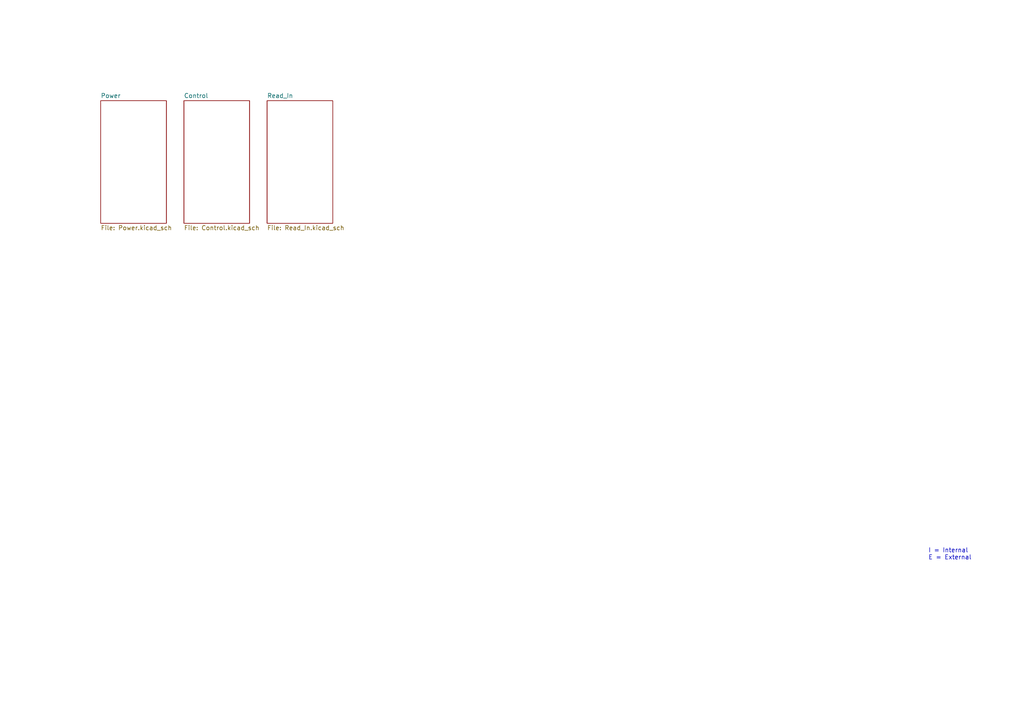
<source format=kicad_sch>
(kicad_sch (version 20211123) (generator eeschema)

  (uuid e564c890-e2f4-4712-b68a-038c48da0e1e)

  (paper "A4")

  (lib_symbols
  )


  (text "I = Internal\nE = External" (at 269.24 162.56 0)
    (effects (font (size 1.27 1.27)) (justify left bottom))
    (uuid 9b7321f1-c87d-40fc-9851-e8e3602cbd7d)
  )

  (sheet (at 53.34 29.21) (size 19.05 35.56) (fields_autoplaced)
    (stroke (width 0.1524) (type solid) (color 0 0 0 0))
    (fill (color 0 0 0 0.0000))
    (uuid 62b9bc07-39a5-436b-8923-c2fafec79518)
    (property "Sheet name" "Control" (id 0) (at 53.34 28.4984 0)
      (effects (font (size 1.27 1.27)) (justify left bottom))
    )
    (property "Sheet file" "Control.kicad_sch" (id 1) (at 53.34 65.3546 0)
      (effects (font (size 1.27 1.27)) (justify left top))
    )
  )

  (sheet (at 77.47 29.21) (size 19.05 35.56) (fields_autoplaced)
    (stroke (width 0.1524) (type solid) (color 0 0 0 0))
    (fill (color 0 0 0 0.0000))
    (uuid 7006823a-6d9d-407d-a21a-8b8ffbced13d)
    (property "Sheet name" "Read_In" (id 0) (at 77.47 28.4984 0)
      (effects (font (size 1.27 1.27)) (justify left bottom))
    )
    (property "Sheet file" "Read_In.kicad_sch" (id 1) (at 77.47 65.3546 0)
      (effects (font (size 1.27 1.27)) (justify left top))
    )
  )

  (sheet (at 29.21 29.21) (size 19.05 35.56) (fields_autoplaced)
    (stroke (width 0.1524) (type solid) (color 0 0 0 0))
    (fill (color 0 0 0 0.0000))
    (uuid a4c0d8a5-45f0-4a1d-9acf-eebf3ffaedaa)
    (property "Sheet name" "Power" (id 0) (at 29.21 28.4984 0)
      (effects (font (size 1.27 1.27)) (justify left bottom))
    )
    (property "Sheet file" "Power.kicad_sch" (id 1) (at 29.21 65.3546 0)
      (effects (font (size 1.27 1.27)) (justify left top))
    )
  )

  (sheet_instances
    (path "/" (page "1"))
    (path "/a4c0d8a5-45f0-4a1d-9acf-eebf3ffaedaa" (page "2"))
    (path "/62b9bc07-39a5-436b-8923-c2fafec79518" (page "3"))
    (path "/7006823a-6d9d-407d-a21a-8b8ffbced13d" (page "4"))
  )

  (symbol_instances
    (path "/a4c0d8a5-45f0-4a1d-9acf-eebf3ffaedaa/0c1e4892-d9f5-4733-90d3-4f638b09d976"
      (reference "#PWR0101") (unit 1) (value "GND") (footprint "")
    )
    (path "/a4c0d8a5-45f0-4a1d-9acf-eebf3ffaedaa/a9bfddc6-2fec-460e-9a21-9f606ef6b10c"
      (reference "#PWR0102") (unit 1) (value "+33V") (footprint "")
    )
    (path "/a4c0d8a5-45f0-4a1d-9acf-eebf3ffaedaa/8db75b4e-7398-48b1-9658-2aa1182e4924"
      (reference "#PWR0103") (unit 1) (value "+5V") (footprint "")
    )
    (path "/a4c0d8a5-45f0-4a1d-9acf-eebf3ffaedaa/346d89b0-b2f7-4446-bf20-f88ee175e644"
      (reference "#PWR0104") (unit 1) (value "+5V") (footprint "")
    )
    (path "/a4c0d8a5-45f0-4a1d-9acf-eebf3ffaedaa/8e13568a-b527-464f-ba84-e4e870944f71"
      (reference "#PWR0105") (unit 1) (value "GND") (footprint "")
    )
    (path "/a4c0d8a5-45f0-4a1d-9acf-eebf3ffaedaa/bd35c541-e5af-499f-81ef-40ae1582c51d"
      (reference "#PWR0106") (unit 1) (value "GND") (footprint "")
    )
    (path "/a4c0d8a5-45f0-4a1d-9acf-eebf3ffaedaa/af62e59f-a7dc-409b-89fa-abc0553dd8d2"
      (reference "#PWR0107") (unit 1) (value "GND") (footprint "")
    )
    (path "/a4c0d8a5-45f0-4a1d-9acf-eebf3ffaedaa/d7da40db-67c2-4f6b-a2a8-7d9fcda88596"
      (reference "#PWR0109") (unit 1) (value "GND") (footprint "")
    )
    (path "/a4c0d8a5-45f0-4a1d-9acf-eebf3ffaedaa/cce366a3-160b-4520-92d6-59a72a61bd9d"
      (reference "#PWR0110") (unit 1) (value "+5VA") (footprint "")
    )
    (path "/a4c0d8a5-45f0-4a1d-9acf-eebf3ffaedaa/a6c7e5e7-4d7c-4079-b800-afac039a2923"
      (reference "#PWR0111") (unit 1) (value "+2V048") (footprint "")
    )
    (path "/a4c0d8a5-45f0-4a1d-9acf-eebf3ffaedaa/0ae9f504-d03f-4619-80fe-6146d30c2aeb"
      (reference "#PWR0112") (unit 1) (value "GND") (footprint "")
    )
    (path "/a4c0d8a5-45f0-4a1d-9acf-eebf3ffaedaa/5b2b4ab9-b07d-40a5-ab8c-b960d11ed8a7"
      (reference "#PWR0113") (unit 1) (value "GND") (footprint "")
    )
    (path "/a4c0d8a5-45f0-4a1d-9acf-eebf3ffaedaa/0be009cb-0661-46f1-a1f5-55843c38ef44"
      (reference "#PWR0114") (unit 1) (value "-5V") (footprint "")
    )
    (path "/a4c0d8a5-45f0-4a1d-9acf-eebf3ffaedaa/9417498f-b69e-4a94-a779-2971a0087f52"
      (reference "#PWR0115") (unit 1) (value "+5V") (footprint "")
    )
    (path "/a4c0d8a5-45f0-4a1d-9acf-eebf3ffaedaa/10fc8427-dbb4-44c9-a4a9-0146ce4e792e"
      (reference "#PWR0116") (unit 1) (value "GND") (footprint "")
    )
    (path "/62b9bc07-39a5-436b-8923-c2fafec79518/a282b577-0799-4310-8e45-953d87d1acd1"
      (reference "#PWR0117") (unit 1) (value "GND") (footprint "")
    )
    (path "/62b9bc07-39a5-436b-8923-c2fafec79518/b22ea2ef-4317-4771-95c4-eef2dbdbbff4"
      (reference "#PWR0118") (unit 1) (value "GND") (footprint "")
    )
    (path "/62b9bc07-39a5-436b-8923-c2fafec79518/7679e92d-7d00-41cd-ac93-d64f126ec0d0"
      (reference "#PWR0119") (unit 1) (value "+5V") (footprint "")
    )
    (path "/62b9bc07-39a5-436b-8923-c2fafec79518/a563339f-f633-4842-98d1-b47586ae9b6e"
      (reference "#PWR0120") (unit 1) (value "+5V") (footprint "")
    )
    (path "/7006823a-6d9d-407d-a21a-8b8ffbced13d/c67e1791-a62d-4f47-935a-079ceac6c455"
      (reference "#PWR0121") (unit 1) (value "GND") (footprint "")
    )
    (path "/7006823a-6d9d-407d-a21a-8b8ffbced13d/5e0b00cf-a9d3-4b35-89f4-0ecd3fe42efd"
      (reference "#PWR0122") (unit 1) (value "GND") (footprint "")
    )
    (path "/7006823a-6d9d-407d-a21a-8b8ffbced13d/d6af6708-cdbb-4be5-8f93-caa828f61e14"
      (reference "#PWR0123") (unit 1) (value "GND") (footprint "")
    )
    (path "/7006823a-6d9d-407d-a21a-8b8ffbced13d/18a1245e-5f7b-438f-9da2-d7397522dd08"
      (reference "#PWR0124") (unit 1) (value "GND") (footprint "")
    )
    (path "/7006823a-6d9d-407d-a21a-8b8ffbced13d/4adb6ffd-b60a-4389-abdb-95a6d179216b"
      (reference "#PWR0125") (unit 1) (value "GND") (footprint "")
    )
    (path "/a4c0d8a5-45f0-4a1d-9acf-eebf3ffaedaa/b1c66ec5-5e6d-4e10-bafd-6e5b3b13e3fc"
      (reference "#PWR0126") (unit 1) (value "GND") (footprint "")
    )
    (path "/a4c0d8a5-45f0-4a1d-9acf-eebf3ffaedaa/e9bd73db-85e9-4f6b-8519-d5fa667ea67e"
      (reference "#PWR0127") (unit 1) (value "GND") (footprint "")
    )
    (path "/7006823a-6d9d-407d-a21a-8b8ffbced13d/e3b0e6ce-40f4-4841-850e-29d5c2a383fd"
      (reference "#PWR0128") (unit 1) (value "GND") (footprint "")
    )
    (path "/7006823a-6d9d-407d-a21a-8b8ffbced13d/6142f83d-2981-45a5-a93f-508eb3387c0a"
      (reference "#PWR0129") (unit 1) (value "+5V") (footprint "")
    )
    (path "/a4c0d8a5-45f0-4a1d-9acf-eebf3ffaedaa/943c943d-a786-4e62-8740-983165c5827e"
      (reference "#PWR0130") (unit 1) (value "GND") (footprint "")
    )
    (path "/a4c0d8a5-45f0-4a1d-9acf-eebf3ffaedaa/e378c124-2b3d-41af-b31a-1ee87c3f8eaf"
      (reference "#PWR0131") (unit 1) (value "GND") (footprint "")
    )
    (path "/7006823a-6d9d-407d-a21a-8b8ffbced13d/1d01630a-544a-4ac8-bc9d-19d75728f007"
      (reference "#PWR0132") (unit 1) (value "GND") (footprint "")
    )
    (path "/7006823a-6d9d-407d-a21a-8b8ffbced13d/3f228d93-a994-4409-b0bf-1ea473d29a1f"
      (reference "#PWR0134") (unit 1) (value "-5V") (footprint "")
    )
    (path "/7006823a-6d9d-407d-a21a-8b8ffbced13d/7900b573-10f7-445b-8de1-dfdf20ef0c95"
      (reference "#PWR0135") (unit 1) (value "GND") (footprint "")
    )
    (path "/7006823a-6d9d-407d-a21a-8b8ffbced13d/64ba5574-8ee9-4010-a444-535c1cfd18d6"
      (reference "#PWR0136") (unit 1) (value "GND") (footprint "")
    )
    (path "/7006823a-6d9d-407d-a21a-8b8ffbced13d/d2ad86d2-039e-4869-980c-b045d00d6107"
      (reference "#PWR0137") (unit 1) (value "GND") (footprint "")
    )
    (path "/7006823a-6d9d-407d-a21a-8b8ffbced13d/1c847a0e-9a70-4f24-a98a-5ce0e63155cb"
      (reference "#PWR0138") (unit 1) (value "GND") (footprint "")
    )
    (path "/7006823a-6d9d-407d-a21a-8b8ffbced13d/f64fae89-d4d5-4211-85fb-b5a792538a47"
      (reference "#PWR0139") (unit 1) (value "+5V") (footprint "")
    )
    (path "/a4c0d8a5-45f0-4a1d-9acf-eebf3ffaedaa/2bdafb99-b1b4-40a9-bba9-6c74be41f11f"
      (reference "#PWR0140") (unit 1) (value "GND") (footprint "")
    )
    (path "/a4c0d8a5-45f0-4a1d-9acf-eebf3ffaedaa/7576bfc2-9e3d-4b35-bb2a-787476348af2"
      (reference "#PWR0141") (unit 1) (value "GND") (footprint "")
    )
    (path "/a4c0d8a5-45f0-4a1d-9acf-eebf3ffaedaa/7354d1b2-0937-4ec7-964f-0b6084c468e5"
      (reference "#PWR0142") (unit 1) (value "GND") (footprint "")
    )
    (path "/a4c0d8a5-45f0-4a1d-9acf-eebf3ffaedaa/95fcb139-c9a4-42f6-b770-499a1ebb1d1b"
      (reference "#PWR0143") (unit 1) (value "GND") (footprint "")
    )
    (path "/a4c0d8a5-45f0-4a1d-9acf-eebf3ffaedaa/aafe4370-55fd-420b-a6db-ebe1a4a9d50a"
      (reference "#PWR0144") (unit 1) (value "GND") (footprint "")
    )
    (path "/62b9bc07-39a5-436b-8923-c2fafec79518/66d5825e-8009-4abe-ae00-c2aae462d475"
      (reference "#PWR0145") (unit 1) (value "GND") (footprint "")
    )
    (path "/a4c0d8a5-45f0-4a1d-9acf-eebf3ffaedaa/f13938eb-5215-4a59-a38f-ec629fc36949"
      (reference "#PWR0146") (unit 1) (value "GND") (footprint "")
    )
    (path "/a4c0d8a5-45f0-4a1d-9acf-eebf3ffaedaa/1767876d-df1e-444e-a7ef-e7ec2dfa86eb"
      (reference "#PWR0147") (unit 1) (value "GND") (footprint "")
    )
    (path "/a4c0d8a5-45f0-4a1d-9acf-eebf3ffaedaa/19865ab0-b04e-4e6d-ac78-2066a3c585c7"
      (reference "#PWR0148") (unit 1) (value "GND") (footprint "")
    )
    (path "/a4c0d8a5-45f0-4a1d-9acf-eebf3ffaedaa/21b3162b-d63f-412e-9c26-680aafd4d789"
      (reference "#PWR0150") (unit 1) (value "GND") (footprint "")
    )
    (path "/a4c0d8a5-45f0-4a1d-9acf-eebf3ffaedaa/3d99c414-2c09-4943-b7a1-ec514a5687d0"
      (reference "#PWR0154") (unit 1) (value "GND") (footprint "")
    )
    (path "/7006823a-6d9d-407d-a21a-8b8ffbced13d/c4b547ee-8c44-49b3-aea5-d5920fa16cfa"
      (reference "#PWR0158") (unit 1) (value "-5V") (footprint "")
    )
    (path "/a4c0d8a5-45f0-4a1d-9acf-eebf3ffaedaa/d56e0c9d-d37c-45fc-9b01-0cd334830b20"
      (reference "#PWR0201") (unit 1) (value "+5V") (footprint "")
    )
    (path "/a4c0d8a5-45f0-4a1d-9acf-eebf3ffaedaa/403e3ca6-58ec-4441-9f09-2d1891100bff"
      (reference "#PWR0203") (unit 1) (value "GND") (footprint "")
    )
    (path "/a4c0d8a5-45f0-4a1d-9acf-eebf3ffaedaa/9c9dd99b-7f48-476c-8cf1-05b6e6d1d9a6"
      (reference "#PWR0205") (unit 1) (value "+5V") (footprint "")
    )
    (path "/a4c0d8a5-45f0-4a1d-9acf-eebf3ffaedaa/7e444053-1537-4109-bb75-7663eb664941"
      (reference "#PWR0206") (unit 1) (value "GND") (footprint "")
    )
    (path "/a4c0d8a5-45f0-4a1d-9acf-eebf3ffaedaa/1d927e56-d0ba-4e7e-9148-0321c3c41d2a"
      (reference "#PWR0209") (unit 1) (value "GND") (footprint "")
    )
    (path "/a4c0d8a5-45f0-4a1d-9acf-eebf3ffaedaa/1ffa5533-5583-4b73-950c-8ee0ae5d8e27"
      (reference "#PWR0212") (unit 1) (value "GND") (footprint "")
    )
    (path "/a4c0d8a5-45f0-4a1d-9acf-eebf3ffaedaa/ee1c4f30-0be7-42d2-9a8f-b8bb51e70f06"
      (reference "#PWR0214") (unit 1) (value "GND") (footprint "")
    )
    (path "/a4c0d8a5-45f0-4a1d-9acf-eebf3ffaedaa/8981b1a6-fd9e-4ba8-a81c-d3d6c5e4eec0"
      (reference "#PWR0215") (unit 1) (value "GND") (footprint "")
    )
    (path "/a4c0d8a5-45f0-4a1d-9acf-eebf3ffaedaa/dd1a2813-6531-4fb0-8c7f-b52785806ee6"
      (reference "#PWR0216") (unit 1) (value "GND") (footprint "")
    )
    (path "/a4c0d8a5-45f0-4a1d-9acf-eebf3ffaedaa/ca7217bf-0f0b-4080-9f8f-45bce16b5b38"
      (reference "#PWR0217") (unit 1) (value "GND") (footprint "")
    )
    (path "/a4c0d8a5-45f0-4a1d-9acf-eebf3ffaedaa/be97f852-8f31-4247-b801-2e8048765c6f"
      (reference "#PWR0218") (unit 1) (value "GND") (footprint "")
    )
    (path "/a4c0d8a5-45f0-4a1d-9acf-eebf3ffaedaa/1e3651ba-64e4-42a5-9919-75f0cb3e04d2"
      (reference "#PWR0219") (unit 1) (value "GND") (footprint "")
    )
    (path "/62b9bc07-39a5-436b-8923-c2fafec79518/22946ca9-1c66-4570-9816-b676eb79551c"
      (reference "#PWR0301") (unit 1) (value "+5V") (footprint "")
    )
    (path "/62b9bc07-39a5-436b-8923-c2fafec79518/1161b272-3ca0-47cf-b84c-f0ab9a0cbca6"
      (reference "#PWR0302") (unit 1) (value "GND") (footprint "")
    )
    (path "/62b9bc07-39a5-436b-8923-c2fafec79518/89c0097c-c38e-4d11-855d-9fde0dbe5a60"
      (reference "#PWR0303") (unit 1) (value "+5V") (footprint "")
    )
    (path "/62b9bc07-39a5-436b-8923-c2fafec79518/783425db-1ff2-4b5b-a2b6-a25ae167431a"
      (reference "#PWR0304") (unit 1) (value "+5V") (footprint "")
    )
    (path "/62b9bc07-39a5-436b-8923-c2fafec79518/2718a77f-a6b8-4c7e-92dc-ab2176f75faf"
      (reference "#PWR0305") (unit 1) (value "+5V") (footprint "")
    )
    (path "/62b9bc07-39a5-436b-8923-c2fafec79518/face391d-50b3-4c65-86d0-45b5769f6622"
      (reference "#PWR0306") (unit 1) (value "GND") (footprint "")
    )
    (path "/62b9bc07-39a5-436b-8923-c2fafec79518/65883e43-aaa6-4a59-b7b4-5224ee4842ac"
      (reference "#PWR0307") (unit 1) (value "GND") (footprint "")
    )
    (path "/62b9bc07-39a5-436b-8923-c2fafec79518/ab7ed3d0-9152-499e-80fc-1e06a749c17b"
      (reference "#PWR0308") (unit 1) (value "GND") (footprint "")
    )
    (path "/62b9bc07-39a5-436b-8923-c2fafec79518/7cd3d574-d1d7-47f2-99e5-2a347fa5c99d"
      (reference "#PWR0309") (unit 1) (value "+5V") (footprint "")
    )
    (path "/62b9bc07-39a5-436b-8923-c2fafec79518/57e1c88b-1f86-4a7b-9feb-bcfa63b17eaa"
      (reference "#PWR0310") (unit 1) (value "+5V") (footprint "")
    )
    (path "/62b9bc07-39a5-436b-8923-c2fafec79518/05052bf2-7bc2-4895-844e-414d0f7e7ff6"
      (reference "#PWR0311") (unit 1) (value "GND") (footprint "")
    )
    (path "/62b9bc07-39a5-436b-8923-c2fafec79518/3cb22850-7368-4c55-8d1c-c9e5fd61668c"
      (reference "#PWR0312") (unit 1) (value "GND") (footprint "")
    )
    (path "/7006823a-6d9d-407d-a21a-8b8ffbced13d/10d67017-e316-4fc4-b5c3-7fe101bf85fc"
      (reference "#PWR0401") (unit 1) (value "GND") (footprint "")
    )
    (path "/7006823a-6d9d-407d-a21a-8b8ffbced13d/48625bc6-5eed-4a48-b8ba-a843df1a56bd"
      (reference "#PWR0402") (unit 1) (value "GND") (footprint "")
    )
    (path "/7006823a-6d9d-407d-a21a-8b8ffbced13d/6c3b77ea-a3b7-4d5c-8238-d9d6fbf8df4e"
      (reference "#PWR0403") (unit 1) (value "GND") (footprint "")
    )
    (path "/7006823a-6d9d-407d-a21a-8b8ffbced13d/2af5d51e-ebed-493b-bca4-8fa4a15dd9a6"
      (reference "#PWR0404") (unit 1) (value "GND") (footprint "")
    )
    (path "/7006823a-6d9d-407d-a21a-8b8ffbced13d/9dc9ec7f-1ff4-47f4-8ad5-a9010e8688c3"
      (reference "#PWR0405") (unit 1) (value "+2V048") (footprint "")
    )
    (path "/7006823a-6d9d-407d-a21a-8b8ffbced13d/645c45db-1f7a-4629-bda3-b1ec0b89f617"
      (reference "#PWR0406") (unit 1) (value "GND") (footprint "")
    )
    (path "/7006823a-6d9d-407d-a21a-8b8ffbced13d/181ad013-e924-454e-a7a1-47ec936cb32b"
      (reference "#PWR0407") (unit 1) (value "GND") (footprint "")
    )
    (path "/7006823a-6d9d-407d-a21a-8b8ffbced13d/1ca42ff9-eeb9-4fd7-8754-202e839352d3"
      (reference "#PWR0408") (unit 1) (value "GND") (footprint "")
    )
    (path "/7006823a-6d9d-407d-a21a-8b8ffbced13d/5ee3e4e6-bf23-4efb-8adc-b5b302366ed2"
      (reference "#PWR0410") (unit 1) (value "+2V048") (footprint "")
    )
    (path "/7006823a-6d9d-407d-a21a-8b8ffbced13d/95bf4ace-ce37-41b4-9066-fd89058cef3f"
      (reference "#PWR0411") (unit 1) (value "GND") (footprint "")
    )
    (path "/7006823a-6d9d-407d-a21a-8b8ffbced13d/1b5830d2-470a-4a41-8779-1be5833f1046"
      (reference "#PWR0413") (unit 1) (value "-5V") (footprint "")
    )
    (path "/7006823a-6d9d-407d-a21a-8b8ffbced13d/cf2ee46f-db1a-4cad-8658-9512fd1b1864"
      (reference "#PWR0414") (unit 1) (value "GND") (footprint "")
    )
    (path "/7006823a-6d9d-407d-a21a-8b8ffbced13d/49727ef5-edf8-4042-bb04-2e20422c2c78"
      (reference "#PWR0415") (unit 1) (value "GND") (footprint "")
    )
    (path "/7006823a-6d9d-407d-a21a-8b8ffbced13d/3a75cca8-22d7-437b-944c-0c30c3196c93"
      (reference "#PWR0416") (unit 1) (value "GND") (footprint "")
    )
    (path "/a4c0d8a5-45f0-4a1d-9acf-eebf3ffaedaa/37910ea7-8d72-47d7-a9ce-296ab23caaa0"
      (reference "#PWR?") (unit 1) (value "+33V") (footprint "")
    )
    (path "/a4c0d8a5-45f0-4a1d-9acf-eebf3ffaedaa/4f61857f-e45a-4726-b05e-717e3b53e1c1"
      (reference "#PWR?") (unit 1) (value "+33V") (footprint "")
    )
    (path "/7006823a-6d9d-407d-a21a-8b8ffbced13d/4fb5e1a0-4dea-4b6a-a4e1-abd1300840cf"
      (reference "#PWR?") (unit 1) (value "+33V") (footprint "")
    )
    (path "/7006823a-6d9d-407d-a21a-8b8ffbced13d/ded44c50-8693-4de7-939d-15953d0d2a1f"
      (reference "#PWR?") (unit 1) (value "+33V") (footprint "")
    )
    (path "/62b9bc07-39a5-436b-8923-c2fafec79518/da8cb8ff-d052-4973-b38a-cad8fd757e2c"
      (reference "A301") (unit 1) (value "Arduino_Nano_Every") (footprint "Module:Arduino_Nano")
    )
    (path "/a4c0d8a5-45f0-4a1d-9acf-eebf3ffaedaa/6e8a8c3c-978c-43f7-b7b0-865237f21fbf"
      (reference "C201") (unit 1) (value "47u") (footprint "Capacitor_SMD:CP_Elec_8x6.9")
    )
    (path "/a4c0d8a5-45f0-4a1d-9acf-eebf3ffaedaa/5a7ab0a4-4ec0-4f2a-b0ce-e5f0823dee66"
      (reference "C202") (unit 1) (value "100n") (footprint "Capacitor_SMD:C_0603_1608Metric")
    )
    (path "/a4c0d8a5-45f0-4a1d-9acf-eebf3ffaedaa/4007a8c6-e8e1-4e7c-a437-71c1f04b4530"
      (reference "C203") (unit 1) (value "100n") (footprint "Capacitor_SMD:C_0603_1608Metric")
    )
    (path "/a4c0d8a5-45f0-4a1d-9acf-eebf3ffaedaa/54de3897-c305-4fe5-a9dc-6c19e2de28fe"
      (reference "C204") (unit 1) (value "4u7") (footprint "Capacitor_SMD:C_0805_2012Metric")
    )
    (path "/a4c0d8a5-45f0-4a1d-9acf-eebf3ffaedaa/be83f109-54d2-465d-9d22-15ab4427f91f"
      (reference "C205") (unit 1) (value "4u7") (footprint "Capacitor_SMD:C_0805_2012Metric")
    )
    (path "/a4c0d8a5-45f0-4a1d-9acf-eebf3ffaedaa/5f1bdc1a-7d9a-430e-a173-3ca8e3f74056"
      (reference "C206") (unit 1) (value "4u7") (footprint "Capacitor_SMD:C_0805_2012Metric")
    )
    (path "/a4c0d8a5-45f0-4a1d-9acf-eebf3ffaedaa/f6913d46-e118-4472-be15-2773d577759b"
      (reference "C207") (unit 1) (value "100n") (footprint "Capacitor_SMD:C_0603_1608Metric")
    )
    (path "/a4c0d8a5-45f0-4a1d-9acf-eebf3ffaedaa/13fedb50-d013-4f81-b80c-5e2b6a4ba7d7"
      (reference "C208") (unit 1) (value "4u7") (footprint "Capacitor_SMD:C_0805_2012Metric")
    )
    (path "/a4c0d8a5-45f0-4a1d-9acf-eebf3ffaedaa/1fa29b0b-d351-429a-a6b6-a3bc6e718683"
      (reference "C209") (unit 1) (value "4u7") (footprint "Capacitor_SMD:C_0805_2012Metric")
    )
    (path "/a4c0d8a5-45f0-4a1d-9acf-eebf3ffaedaa/bd26a806-3aa1-4b34-8ede-19d0ee6e257d"
      (reference "C210") (unit 1) (value "4u7") (footprint "Capacitor_SMD:C_0805_2012Metric")
    )
    (path "/a4c0d8a5-45f0-4a1d-9acf-eebf3ffaedaa/b504cd98-9973-452c-afe2-aea7225a9473"
      (reference "C211") (unit 1) (value "4u7") (footprint "Capacitor_SMD:C_0805_2012Metric")
    )
    (path "/a4c0d8a5-45f0-4a1d-9acf-eebf3ffaedaa/5bc868fc-e225-455e-b415-903a4db8797a"
      (reference "C212") (unit 1) (value "100n") (footprint "Capacitor_SMD:C_0603_1608Metric")
    )
    (path "/a4c0d8a5-45f0-4a1d-9acf-eebf3ffaedaa/44b27e69-29a0-46b0-b141-bf7d32f2da71"
      (reference "C213") (unit 1) (value "4u7") (footprint "Capacitor_SMD:C_0805_2012Metric")
    )
    (path "/a4c0d8a5-45f0-4a1d-9acf-eebf3ffaedaa/4fdaab50-6d21-48e4-aff9-b63c92664dba"
      (reference "C215") (unit 1) (value "100n") (footprint "Capacitor_SMD:C_0603_1608Metric")
    )
    (path "/a4c0d8a5-45f0-4a1d-9acf-eebf3ffaedaa/9c265da0-03c7-46e5-af97-c289e2fddc3d"
      (reference "C216") (unit 1) (value "100n") (footprint "Capacitor_SMD:C_0603_1608Metric")
    )
    (path "/a4c0d8a5-45f0-4a1d-9acf-eebf3ffaedaa/ce44c1f0-4e1a-4f97-920a-84f9b5a73165"
      (reference "C218") (unit 1) (value "100n") (footprint "Capacitor_SMD:C_0603_1608Metric")
    )
    (path "/a4c0d8a5-45f0-4a1d-9acf-eebf3ffaedaa/75d759e9-ae95-41ed-9ea8-85d8c8672596"
      (reference "C219") (unit 1) (value "100n") (footprint "Capacitor_SMD:C_0603_1608Metric")
    )
    (path "/a4c0d8a5-45f0-4a1d-9acf-eebf3ffaedaa/7cfa628e-5f49-4da9-a869-b5ac9fca8d39"
      (reference "C220") (unit 1) (value "100n") (footprint "Capacitor_SMD:C_0603_1608Metric")
    )
    (path "/a4c0d8a5-45f0-4a1d-9acf-eebf3ffaedaa/300252b0-e0f1-4432-9d3e-7849c7ef7b92"
      (reference "C221") (unit 1) (value "100n") (footprint "Capacitor_SMD:C_0603_1608Metric")
    )
    (path "/a4c0d8a5-45f0-4a1d-9acf-eebf3ffaedaa/418813b9-dd64-425a-9e56-b32871c7d467"
      (reference "C222") (unit 1) (value "100n") (footprint "Capacitor_SMD:C_0603_1608Metric")
    )
    (path "/a4c0d8a5-45f0-4a1d-9acf-eebf3ffaedaa/2daee44c-706d-446e-9060-910482f1d114"
      (reference "C226") (unit 1) (value "100n") (footprint "Capacitor_SMD:C_0603_1608Metric")
    )
    (path "/62b9bc07-39a5-436b-8923-c2fafec79518/8ab67357-905f-4656-8c8a-fbde50057f87"
      (reference "C301") (unit 1) (value "100n") (footprint "Capacitor_SMD:C_0603_1608Metric")
    )
    (path "/62b9bc07-39a5-436b-8923-c2fafec79518/4f397884-dc1a-4b68-acef-6c0ff940a3fe"
      (reference "C302") (unit 1) (value "100n") (footprint "Capacitor_SMD:C_0603_1608Metric")
    )
    (path "/62b9bc07-39a5-436b-8923-c2fafec79518/4af8fe1d-4b39-498e-a8b9-f63978139a9e"
      (reference "C303") (unit 1) (value "100n") (footprint "Capacitor_SMD:C_0603_1608Metric")
    )
    (path "/62b9bc07-39a5-436b-8923-c2fafec79518/45c394bb-774d-4f25-8bc9-271ed6a9c354"
      (reference "C304") (unit 1) (value "100n") (footprint "Capacitor_SMD:C_0603_1608Metric")
    )
    (path "/62b9bc07-39a5-436b-8923-c2fafec79518/ddd17fc7-7a14-4ac7-abbe-5881eaa1bd9e"
      (reference "C305") (unit 1) (value "100n") (footprint "Capacitor_SMD:C_0603_1608Metric")
    )
    (path "/62b9bc07-39a5-436b-8923-c2fafec79518/c505aa6f-9466-480d-8083-7ffb4ec3681d"
      (reference "C306") (unit 1) (value "100n") (footprint "Capacitor_SMD:C_0603_1608Metric")
    )
    (path "/62b9bc07-39a5-436b-8923-c2fafec79518/ec2d6b3b-9e8f-4f72-90db-3fc8eeddbf5b"
      (reference "C307") (unit 1) (value "100n") (footprint "Capacitor_SMD:C_0603_1608Metric")
    )
    (path "/62b9bc07-39a5-436b-8923-c2fafec79518/d3ea5674-152d-4318-855e-1c67d3d31b2e"
      (reference "C308") (unit 1) (value "100n") (footprint "Capacitor_SMD:C_0603_1608Metric")
    )
    (path "/7006823a-6d9d-407d-a21a-8b8ffbced13d/2bf3765b-c096-47eb-9628-adc925751981"
      (reference "C401") (unit 1) (value "100n") (footprint "Capacitor_SMD:C_0603_1608Metric")
    )
    (path "/7006823a-6d9d-407d-a21a-8b8ffbced13d/c093f1d4-6c45-474a-b982-d9c0159b9459"
      (reference "C402") (unit 1) (value "100n") (footprint "Capacitor_SMD:C_0603_1608Metric")
    )
    (path "/7006823a-6d9d-407d-a21a-8b8ffbced13d/0a2dd73a-7c11-4f85-a931-3fd599e634f9"
      (reference "C403") (unit 1) (value "100n") (footprint "Capacitor_SMD:C_0603_1608Metric")
    )
    (path "/7006823a-6d9d-407d-a21a-8b8ffbced13d/5792dc49-da8b-426f-9275-d7d0623bbce0"
      (reference "C404") (unit 1) (value "100n") (footprint "Capacitor_SMD:C_0603_1608Metric")
    )
    (path "/7006823a-6d9d-407d-a21a-8b8ffbced13d/7c815b6f-3226-4122-8958-32c38c4ac8fe"
      (reference "C405") (unit 1) (value "100n") (footprint "Capacitor_SMD:C_0603_1608Metric")
    )
    (path "/7006823a-6d9d-407d-a21a-8b8ffbced13d/387c09ce-8cc8-4f28-832f-f2ee5be319fb"
      (reference "C406") (unit 1) (value "100n") (footprint "Capacitor_SMD:C_0603_1608Metric")
    )
    (path "/7006823a-6d9d-407d-a21a-8b8ffbced13d/bc5a2cd0-e334-44ed-adaf-13b1dde5d97d"
      (reference "C407") (unit 1) (value "100n") (footprint "Capacitor_SMD:C_0603_1608Metric")
    )
    (path "/7006823a-6d9d-407d-a21a-8b8ffbced13d/2694caa4-ba38-4f1b-9eaa-145be723594e"
      (reference "C408") (unit 1) (value "100n") (footprint "Capacitor_SMD:C_0603_1608Metric")
    )
    (path "/7006823a-6d9d-407d-a21a-8b8ffbced13d/e37d67c1-4ee0-4600-a30b-ac8ac03f07d6"
      (reference "C409") (unit 1) (value "1u") (footprint "Capacitor_SMD:C_0603_1608Metric")
    )
    (path "/a4c0d8a5-45f0-4a1d-9acf-eebf3ffaedaa/00a61637-2fe4-4fbd-ad7e-88ac391d62a8"
      (reference "D201") (unit 1) (value "BAS70") (footprint "Diode_SMD:D_SOD-323")
    )
    (path "/a4c0d8a5-45f0-4a1d-9acf-eebf3ffaedaa/00ecf111-a981-4656-ad54-c01cf5b8bce4"
      (reference "D202") (unit 1) (value "5V6") (footprint "Diode_SMD:D_SOD-123")
    )
    (path "/a4c0d8a5-45f0-4a1d-9acf-eebf3ffaedaa/4bb62554-b227-42ac-8ee0-779316d68e57"
      (reference "D203") (unit 1) (value "5V1") (footprint "Diode_SMD:D_SOD-123")
    )
    (path "/7006823a-6d9d-407d-a21a-8b8ffbced13d/3061df6c-9aad-445d-a78d-71af2e6243ed"
      (reference "D401") (unit 1) (value "15V") (footprint "Diode_SMD:D_SOD-123")
    )
    (path "/7006823a-6d9d-407d-a21a-8b8ffbced13d/34a9f37b-616f-45a7-b143-63bba944a664"
      (reference "D402") (unit 1) (value "30V") (footprint "Diode_SMD:D_SMB")
    )
    (path "/7006823a-6d9d-407d-a21a-8b8ffbced13d/c94b5abc-47fd-4a55-8ae1-a325c4af351d"
      (reference "D403") (unit 1) (value "4V3") (footprint "Diode_SMD:D_SOD-123")
    )
    (path "/7006823a-6d9d-407d-a21a-8b8ffbced13d/a0388214-b987-42b7-a004-8ef5296f44af"
      (reference "D404") (unit 1) (value "1N4007") (footprint "Diode_THT:D_DO-41_SOD81_P10.16mm_Horizontal")
    )
    (path "/7006823a-6d9d-407d-a21a-8b8ffbced13d/470f5b98-d2ae-4adf-a382-18f2439c77b8"
      (reference "D405") (unit 1) (value "4V3") (footprint "Diode_SMD:D_SOD-123")
    )
    (path "/62b9bc07-39a5-436b-8923-c2fafec79518/659b49c0-3c03-4b02-9bf8-b3aa3d40ffb7"
      (reference "FB301") (unit 1) (value "470") (footprint "Resistor_SMD:R_0603_1608Metric")
    )
    (path "/7006823a-6d9d-407d-a21a-8b8ffbced13d/24f9e344-ab09-41d6-a839-0a651da632ed"
      (reference "FB401") (unit 1) (value "470") (footprint "Resistor_SMD:R_0603_1608Metric")
    )
    (path "/7006823a-6d9d-407d-a21a-8b8ffbced13d/38604b3c-4343-4e27-bdda-6e6d1040d45e"
      (reference "FB402") (unit 1) (value "470") (footprint "Resistor_SMD:R_0603_1608Metric")
    )
    (path "/a4c0d8a5-45f0-4a1d-9acf-eebf3ffaedaa/46dd2b88-7fcb-4323-a0f9-d709c68b8fc9"
      (reference "H201") (unit 1) (value "MountingHole_Pad") (footprint "MountingHole:MountingHole_3.2mm_M3_Pad_TopBottom")
    )
    (path "/a4c0d8a5-45f0-4a1d-9acf-eebf3ffaedaa/93d6cd07-b837-413f-b1ab-9e70ff1fc370"
      (reference "H202") (unit 1) (value "MountingHole_Pad") (footprint "MountingHole:MountingHole_3.2mm_M3_Pad_TopBottom")
    )
    (path "/a4c0d8a5-45f0-4a1d-9acf-eebf3ffaedaa/3e0dd96b-0f94-4b0a-b95c-fda34ae853bd"
      (reference "H203") (unit 1) (value "MountingHole_Pad") (footprint "MountingHole:MountingHole_3.2mm_M3_Pad_TopBottom")
    )
    (path "/a4c0d8a5-45f0-4a1d-9acf-eebf3ffaedaa/92d0e258-19e3-43d0-ade5-9daee1035fac"
      (reference "H204") (unit 1) (value "MountingHole_Pad") (footprint "MountingHole:MountingHole_3.2mm_M3_Pad_TopBottom")
    )
    (path "/7006823a-6d9d-407d-a21a-8b8ffbced13d/52400423-fd91-4563-a003-542b16895004"
      (reference "HS401") (unit 1) (value "Heatsink") (footprint "")
    )
    (path "/7006823a-6d9d-407d-a21a-8b8ffbced13d/9c4f3174-d235-45c9-8d6c-6c96bf5c8a35"
      (reference "IC401") (unit 1) (value "MCP47CVB21-E_MF") (footprint "Package_DFN_QFN:DFN-10-1EP_3x3mm_P0.5mm_EP1.65x2.38mm_ThermalVias")
    )
    (path "/62b9bc07-39a5-436b-8923-c2fafec79518/3f571695-e66c-4f2e-84a4-0ca081296a8e"
      (reference "J301") (unit 1) (value "Conn_01x04_Female") (footprint "TerminalBlock:TerminalBlock_bornier-4_P5.08mm")
    )
    (path "/7006823a-6d9d-407d-a21a-8b8ffbced13d/43d7d2b8-3d75-4cd8-a653-4f20102bb4df"
      (reference "J401") (unit 1) (value "Conn_01x02_Female") (footprint "TerminalBlock:TerminalBlock_bornier-2_P5.08mm")
    )
    (path "/a4c0d8a5-45f0-4a1d-9acf-eebf3ffaedaa/ab3a9fe2-d337-4520-b2eb-536d0a8c27cb"
      (reference "K201") (unit 1) (value "PDME1-S5-D5-S") (footprint "PDME1S5D5S")
    )
    (path "/a4c0d8a5-45f0-4a1d-9acf-eebf3ffaedaa/e326cce8-b4c6-4590-b27d-3198dd233adc"
      (reference "L201") (unit 1) (value "6u8") (footprint "Inductor_SMD:L_Bourns-SRN4018")
    )
    (path "/a4c0d8a5-45f0-4a1d-9acf-eebf3ffaedaa/818986b2-6096-49f8-a99a-dd51cf292632"
      (reference "L202") (unit 1) (value "10u") (footprint "Inductor_SMD:L_Bourns_SRN6045TA")
    )
    (path "/a4c0d8a5-45f0-4a1d-9acf-eebf3ffaedaa/7843e35c-cdd0-4005-8adb-85d1698a9d12"
      (reference "L203") (unit 1) (value "22u") (footprint "Inductor_SMD:L_0603_1608Metric")
    )
    (path "/a4c0d8a5-45f0-4a1d-9acf-eebf3ffaedaa/a0e9cf01-0c49-47a9-891c-152a6409a2b9"
      (reference "L204") (unit 1) (value "22u") (footprint "Inductor_SMD:L_0603_1608Metric")
    )
    (path "/a4c0d8a5-45f0-4a1d-9acf-eebf3ffaedaa/31f7c0b3-7e62-47bb-aa05-e227cb0f621c"
      (reference "L205") (unit 1) (value "22u") (footprint "Inductor_SMD:L_0603_1608Metric")
    )
    (path "/a4c0d8a5-45f0-4a1d-9acf-eebf3ffaedaa/7aa5e1f6-7a68-4a17-92e7-860e635d70c8"
      (reference "P201") (unit 1) (value "USB_C_Plug_USB2.0") (footprint "Connector_USB:USB_C_Receptacle_HRO_TYPE-C-31-M-12")
    )
    (path "/62b9bc07-39a5-436b-8923-c2fafec79518/525a2b3d-a615-437a-9985-10a280a38672"
      (reference "Q301") (unit 1) (value "Q_PMOS_GSD") (footprint "Package_TO_SOT_SMD:SOT-23")
    )
    (path "/7006823a-6d9d-407d-a21a-8b8ffbced13d/e13ada50-eb78-4004-be8d-f6d292f6b692"
      (reference "Q401") (unit 1) (value "IRF5305") (footprint "Package_TO_SOT_THT:TO-220-3_Vertical")
    )
    (path "/a4c0d8a5-45f0-4a1d-9acf-eebf3ffaedaa/7bf3a6dd-437a-4581-bd48-a52aa4bd63a4"
      (reference "R201") (unit 1) (value "10k") (footprint "Resistor_SMD:R_0603_1608Metric")
    )
    (path "/a4c0d8a5-45f0-4a1d-9acf-eebf3ffaedaa/7508d48b-2310-4e41-a715-5d7d3018c314"
      (reference "R202") (unit 1) (value "15k") (footprint "Resistor_SMD:R_0603_1608Metric")
    )
    (path "/a4c0d8a5-45f0-4a1d-9acf-eebf3ffaedaa/7e2dc3b0-61db-44f1-9b6a-8b89f0759dfd"
      (reference "R203") (unit 1) (value "110k") (footprint "Resistor_SMD:R_0603_1608Metric")
    )
    (path "/a4c0d8a5-45f0-4a1d-9acf-eebf3ffaedaa/f4a536e4-d43b-438f-91dd-ef93db5906ef"
      (reference "R204") (unit 1) (value "10k") (footprint "Resistor_SMD:R_0603_1608Metric")
    )
    (path "/a4c0d8a5-45f0-4a1d-9acf-eebf3ffaedaa/61ff6777-748d-422d-b05b-fdc0e9d83df5"
      (reference "R205") (unit 1) (value "4k3") (footprint "Resistor_SMD:R_0603_1608Metric")
    )
    (path "/a4c0d8a5-45f0-4a1d-9acf-eebf3ffaedaa/043db6bf-cd21-49e5-82bf-29fc1bb4688e"
      (reference "R206") (unit 1) (value "22k") (footprint "Resistor_SMD:R_0603_1608Metric")
    )
    (path "/a4c0d8a5-45f0-4a1d-9acf-eebf3ffaedaa/f95d3cb7-4471-4b03-9d1b-1e8f51466a2c"
      (reference "R207") (unit 1) (value "22k") (footprint "Resistor_SMD:R_0603_1608Metric")
    )
    (path "/a4c0d8a5-45f0-4a1d-9acf-eebf3ffaedaa/0d1ca38e-aace-4f1f-a607-419d82ae9d91"
      (reference "R208") (unit 1) (value "510") (footprint "Resistor_SMD:R_0805_2012Metric")
    )
    (path "/62b9bc07-39a5-436b-8923-c2fafec79518/c4a8de60-e765-4218-a121-f0e331bb9c1b"
      (reference "R301") (unit 1) (value "10k") (footprint "Resistor_SMD:R_0603_1608Metric")
    )
    (path "/62b9bc07-39a5-436b-8923-c2fafec79518/a308964d-1c3b-49ad-8d9e-6017ee6e9e1b"
      (reference "R302") (unit 1) (value "110k") (footprint "Resistor_SMD:R_0603_1608Metric")
    )
    (path "/62b9bc07-39a5-436b-8923-c2fafec79518/4fae0818-c1b5-47a7-baa2-f524f8c46575"
      (reference "R303") (unit 1) (value "10k") (footprint "Resistor_SMD:R_0603_1608Metric")
    )
    (path "/62b9bc07-39a5-436b-8923-c2fafec79518/ce649ee9-b3c6-4ffc-94d2-9a62d8c76a80"
      (reference "R304") (unit 1) (value "10k") (footprint "Resistor_SMD:R_0603_1608Metric")
    )
    (path "/62b9bc07-39a5-436b-8923-c2fafec79518/5ea9a9ce-47f8-4d9a-b892-1658ee33bf4f"
      (reference "R305") (unit 1) (value "10k") (footprint "Resistor_SMD:R_0603_1608Metric")
    )
    (path "/62b9bc07-39a5-436b-8923-c2fafec79518/72381b82-31ac-477f-9a86-3cee0cde5e47"
      (reference "R306") (unit 1) (value "110k") (footprint "Resistor_SMD:R_0603_1608Metric")
    )
    (path "/62b9bc07-39a5-436b-8923-c2fafec79518/f4a36c52-1421-49cf-9f93-f4a94ecf0583"
      (reference "R307") (unit 1) (value "110k") (footprint "Resistor_SMD:R_0603_1608Metric")
    )
    (path "/62b9bc07-39a5-436b-8923-c2fafec79518/c82dd074-83f2-48e5-880c-c7f32c4d6a50"
      (reference "R308") (unit 1) (value "110k") (footprint "Resistor_SMD:R_0603_1608Metric")
    )
    (path "/62b9bc07-39a5-436b-8923-c2fafec79518/600e648f-526c-4126-bcf0-b40a54804491"
      (reference "R309") (unit 1) (value "2k") (footprint "Resistor_SMD:R_0805_2012Metric")
    )
    (path "/62b9bc07-39a5-436b-8923-c2fafec79518/2836291d-a49c-497c-acb4-4c6d0c78b0e4"
      (reference "R310") (unit 1) (value "2k") (footprint "Resistor_SMD:R_0805_2012Metric")
    )
    (path "/62b9bc07-39a5-436b-8923-c2fafec79518/4780f9b3-fabd-4bf3-84c1-b31391be3687"
      (reference "R311") (unit 1) (value "10k") (footprint "Resistor_SMD:R_0603_1608Metric")
    )
    (path "/62b9bc07-39a5-436b-8923-c2fafec79518/12a70d37-8751-4758-bcd4-9d52f0ae9ada"
      (reference "R312") (unit 1) (value "110k") (footprint "Resistor_SMD:R_0603_1608Metric")
    )
    (path "/7006823a-6d9d-407d-a21a-8b8ffbced13d/21954410-19c0-4ef7-8915-f4dd0fdce1f2"
      (reference "R401") (unit 1) (value "0.033") (footprint "Resistor_SMD:R_1206_3216Metric")
    )
    (path "/7006823a-6d9d-407d-a21a-8b8ffbced13d/96e403ac-b5f6-44f1-8f26-15cef48146f2"
      (reference "R402") (unit 1) (value "1k15") (footprint "Resistor_SMD:R_0805_2012Metric")
    )
    (path "/7006823a-6d9d-407d-a21a-8b8ffbced13d/ed3cc8f2-ae75-4012-b4e8-d3399d8effc0"
      (reference "R403") (unit 1) (value "1k15") (footprint "Resistor_SMD:R_0805_2012Metric")
    )
    (path "/7006823a-6d9d-407d-a21a-8b8ffbced13d/ed6eedde-95d4-43de-a608-496bf7e5d210"
      (reference "R404") (unit 1) (value "10k") (footprint "Resistor_SMD:R_0603_1608Metric")
    )
    (path "/7006823a-6d9d-407d-a21a-8b8ffbced13d/3a2db1ba-2a6c-4f26-aa86-f517a38d99e4"
      (reference "R405") (unit 1) (value "34k8") (footprint "Resistor_SMD:R_0603_1608Metric")
    )
    (path "/7006823a-6d9d-407d-a21a-8b8ffbced13d/7259f7ea-aa2e-49ab-9181-842e952d1977"
      (reference "R406") (unit 1) (value "34k8") (footprint "Resistor_SMD:R_0603_1608Metric")
    )
    (path "/7006823a-6d9d-407d-a21a-8b8ffbced13d/4d0a118f-a14d-45af-8fab-f7015046d8de"
      (reference "R407") (unit 1) (value "10k") (footprint "Resistor_SMD:R_0603_1608Metric")
    )
    (path "/7006823a-6d9d-407d-a21a-8b8ffbced13d/06626bec-2521-4ade-8f65-3b0fbc7ded21"
      (reference "R408") (unit 1) (value "10k") (footprint "Resistor_SMD:R_0603_1608Metric")
    )
    (path "/7006823a-6d9d-407d-a21a-8b8ffbced13d/93eb1e12-a941-4b0c-8c2f-2a5fc1b8a02e"
      (reference "R409") (unit 1) (value "10k") (footprint "Resistor_SMD:R_0603_1608Metric")
    )
    (path "/7006823a-6d9d-407d-a21a-8b8ffbced13d/382ee6a4-e291-4926-9374-dd40f531ca33"
      (reference "R410") (unit 1) (value "43k") (footprint "Resistor_SMD:R_0603_1608Metric")
    )
    (path "/7006823a-6d9d-407d-a21a-8b8ffbced13d/895419e9-95d1-416c-9d7f-6e6f5648d974"
      (reference "R411") (unit 1) (value "10k") (footprint "Resistor_SMD:R_0603_1608Metric")
    )
    (path "/7006823a-6d9d-407d-a21a-8b8ffbced13d/a99b8e65-0815-4c86-8f67-75d602dbaee3"
      (reference "R412") (unit 1) (value "6k8") (footprint "Resistor_SMD:R_0603_1608Metric")
    )
    (path "/7006823a-6d9d-407d-a21a-8b8ffbced13d/57bdad8f-52b6-4779-8346-3c0234b6850e"
      (reference "R413") (unit 1) (value "10k") (footprint "Resistor_SMD:R_0603_1608Metric")
    )
    (path "/7006823a-6d9d-407d-a21a-8b8ffbced13d/ccd7e2cc-64d5-40c4-b698-209bcc3a64d8"
      (reference "R414") (unit 1) (value "10k") (footprint "Resistor_SMD:R_0603_1608Metric")
    )
    (path "/7006823a-6d9d-407d-a21a-8b8ffbced13d/5b1566a9-8d4a-4fa3-a3fd-7596312bd6c0"
      (reference "R415") (unit 1) (value "10k") (footprint "Resistor_SMD:R_0603_1608Metric")
    )
    (path "/62b9bc07-39a5-436b-8923-c2fafec79518/fd1690de-b846-4e10-8e70-8c374e7e7d38"
      (reference "SW301") (unit 1) (value "SW_MEC_5E") (footprint "Button_Switch_THT:SW_PUSH_6mm")
    )
    (path "/62b9bc07-39a5-436b-8923-c2fafec79518/d4e8e43f-988e-478b-af4b-8dce5e992cf1"
      (reference "SW302") (unit 1) (value "SW_MEC_5E") (footprint "Button_Switch_THT:SW_PUSH_6mm")
    )
    (path "/62b9bc07-39a5-436b-8923-c2fafec79518/21bedad2-b2e3-46b7-83da-f9a4c4492c7d"
      (reference "SW303") (unit 1) (value "SW_MEC_5E") (footprint "Button_Switch_THT:SW_PUSH_6mm")
    )
    (path "/62b9bc07-39a5-436b-8923-c2fafec79518/2cb655e8-779a-4dea-b568-e0cedcefb752"
      (reference "SW304") (unit 1) (value "SW_MEC_5E") (footprint "Button_Switch_THT:SW_PUSH_6mm")
    )
    (path "/62b9bc07-39a5-436b-8923-c2fafec79518/41f09df1-f0a5-4fbf-a299-7c07501765ab"
      (reference "SW305") (unit 1) (value "SW_MEC_5E") (footprint "Button_Switch_THT:SW_PUSH_6mm")
    )
    (path "/a4c0d8a5-45f0-4a1d-9acf-eebf3ffaedaa/59b3719d-6018-4699-b7ef-df2ae872e873"
      (reference "TP201") (unit 1) (value "TestPoint") (footprint "TestPoint:TestPoint_Pad_D1.0mm")
    )
    (path "/a4c0d8a5-45f0-4a1d-9acf-eebf3ffaedaa/b636fc5d-8479-4428-8008-f350884ea03b"
      (reference "TP202") (unit 1) (value "TestPoint") (footprint "TestPoint:TestPoint_Pad_D1.0mm")
    )
    (path "/a4c0d8a5-45f0-4a1d-9acf-eebf3ffaedaa/030640d9-a14f-43a3-8637-32c65f3feab4"
      (reference "TP203") (unit 1) (value "TestPoint") (footprint "TestPoint:TestPoint_Pad_D1.0mm")
    )
    (path "/a4c0d8a5-45f0-4a1d-9acf-eebf3ffaedaa/a7230370-a984-43ae-acb7-4ed3cac8c648"
      (reference "TP204") (unit 1) (value "TestPoint") (footprint "TestPoint:TestPoint_Pad_D1.0mm")
    )
    (path "/a4c0d8a5-45f0-4a1d-9acf-eebf3ffaedaa/fe641e9e-4439-4b86-a829-596187cedb29"
      (reference "TP205") (unit 1) (value "TestPoint") (footprint "TestPoint:TestPoint_Pad_D1.0mm")
    )
    (path "/a4c0d8a5-45f0-4a1d-9acf-eebf3ffaedaa/4c183a56-36b8-4ae1-8093-8a1e5789d8c7"
      (reference "TP206") (unit 1) (value "TestPoint") (footprint "TestPoint:TestPoint_Pad_D1.0mm")
    )
    (path "/a4c0d8a5-45f0-4a1d-9acf-eebf3ffaedaa/da67baaa-5d23-462e-a565-1d7775be2d64"
      (reference "TP207") (unit 1) (value "TestPoint") (footprint "TestPoint:TestPoint_Pad_D1.0mm")
    )
    (path "/62b9bc07-39a5-436b-8923-c2fafec79518/99510280-5d11-41f3-80ed-16e4fc3a7461"
      (reference "TP301") (unit 1) (value "TestPoint") (footprint "TestPoint:TestPoint_Pad_D1.0mm")
    )
    (path "/62b9bc07-39a5-436b-8923-c2fafec79518/89f7ee0a-18cd-4cc7-b14d-fdfac414b218"
      (reference "TP302") (unit 1) (value "TestPoint") (footprint "TestPoint:TestPoint_Pad_D1.0mm")
    )
    (path "/62b9bc07-39a5-436b-8923-c2fafec79518/9b69c58f-9649-450e-9f54-a156a5cc4a3f"
      (reference "TP303") (unit 1) (value "TestPoint") (footprint "TestPoint:TestPoint_Pad_D1.0mm")
    )
    (path "/62b9bc07-39a5-436b-8923-c2fafec79518/d9d6ed1d-a8f0-470b-af98-12049d76a65b"
      (reference "TP304") (unit 1) (value "TestPoint") (footprint "TestPoint:TestPoint_Pad_D1.0mm")
    )
    (path "/62b9bc07-39a5-436b-8923-c2fafec79518/e8687721-4104-427b-9895-7a786df08111"
      (reference "TP305") (unit 1) (value "TestPoint") (footprint "TestPoint:TestPoint_Pad_D1.0mm")
    )
    (path "/62b9bc07-39a5-436b-8923-c2fafec79518/dd49ed96-1d22-4586-a5e7-a81c991ca6e0"
      (reference "TP306") (unit 1) (value "TestPoint") (footprint "TestPoint:TestPoint_Pad_D1.0mm")
    )
    (path "/7006823a-6d9d-407d-a21a-8b8ffbced13d/dc34b226-2776-4786-864a-93a266261b2f"
      (reference "TP401") (unit 1) (value "TestPoint") (footprint "TestPoint:TestPoint_Pad_D1.0mm")
    )
    (path "/7006823a-6d9d-407d-a21a-8b8ffbced13d/0a03a53f-5f04-4270-9e4a-7b0a308876e5"
      (reference "TP402") (unit 1) (value "TestPoint") (footprint "TestPoint:TestPoint_Pad_D1.0mm")
    )
    (path "/7006823a-6d9d-407d-a21a-8b8ffbced13d/891b7c37-1ced-4f23-b162-0c091d88333e"
      (reference "TP403") (unit 1) (value "TestPoint") (footprint "TestPoint:TestPoint_Pad_D1.0mm")
    )
    (path "/7006823a-6d9d-407d-a21a-8b8ffbced13d/d9c32924-d5ad-4710-ac57-8baa8991ad3a"
      (reference "TP404") (unit 1) (value "TestPoint") (footprint "TestPoint:TestPoint_Pad_D1.0mm")
    )
    (path "/7006823a-6d9d-407d-a21a-8b8ffbced13d/1f40940c-c979-4581-a900-5cf5df881440"
      (reference "TP405") (unit 1) (value "TestPoint") (footprint "TestPoint:TestPoint_Pad_D1.0mm")
    )
    (path "/7006823a-6d9d-407d-a21a-8b8ffbced13d/ef4ae8b4-74da-43cb-ab31-d78c9ae92e35"
      (reference "TP406") (unit 1) (value "TestPoint") (footprint "TestPoint:TestPoint_Pad_D1.0mm")
    )
    (path "/7006823a-6d9d-407d-a21a-8b8ffbced13d/0025e2f0-7546-4ae3-82b9-f3e1f5e4b0f4"
      (reference "TP407") (unit 1) (value "TestPoint") (footprint "TestPoint:TestPoint_Pad_D1.0mm")
    )
    (path "/7006823a-6d9d-407d-a21a-8b8ffbced13d/0698a17d-cac5-4568-9029-7041a6f1f758"
      (reference "TP408") (unit 1) (value "TestPoint") (footprint "TestPoint:TestPoint_Pad_D1.0mm")
    )
    (path "/7006823a-6d9d-407d-a21a-8b8ffbced13d/4b2faf7e-aacb-4b36-94e0-fa3c9332df6f"
      (reference "TP409") (unit 1) (value "TestPoint") (footprint "TestPoint:TestPoint_Pad_D1.0mm")
    )
    (path "/7006823a-6d9d-407d-a21a-8b8ffbced13d/b89dfbe0-3ac5-46e1-925e-9c7eb35d9fa8"
      (reference "TP410") (unit 1) (value "TestPoint") (footprint "TestPoint:TestPoint_Pad_D1.0mm")
    )
    (path "/7006823a-6d9d-407d-a21a-8b8ffbced13d/45dbb78f-9df3-4914-b952-1e9cbeabe0e6"
      (reference "TP411") (unit 1) (value "TestPoint") (footprint "TestPoint:TestPoint_Pad_D1.0mm")
    )
    (path "/7006823a-6d9d-407d-a21a-8b8ffbced13d/671f63e8-2db0-4f15-a2df-5a8e4202e975"
      (reference "TP412") (unit 1) (value "TestPoint") (footprint "TestPoint:TestPoint_Pad_D1.0mm")
    )
    (path "/a4c0d8a5-45f0-4a1d-9acf-eebf3ffaedaa/f4aefae9-1ded-4007-b1e2-a77e04dae350"
      (reference "U201") (unit 1) (value "AP3015") (footprint "Package_TO_SOT_SMD:SOT-23-5")
    )
    (path "/7006823a-6d9d-407d-a21a-8b8ffbced13d/59f93728-60cf-4cdc-99d8-3eab2d5098cb"
      (reference "U401") (unit 1) (value "TLV9354IDR") (footprint "Package_SO:SOIC-14_3.9x8.7mm_P1.27mm")
    )
    (path "/7006823a-6d9d-407d-a21a-8b8ffbced13d/f9894c77-9241-46cb-90cc-2651d6792da2"
      (reference "U401") (unit 2) (value "TLV9354IDR") (footprint "Package_SO:SOIC-14_3.9x8.7mm_P1.27mm")
    )
    (path "/7006823a-6d9d-407d-a21a-8b8ffbced13d/4b30d412-3c78-4298-ac96-c0989f47ffec"
      (reference "U401") (unit 3) (value "TLV9354IDR") (footprint "Package_SO:SOIC-14_3.9x8.7mm_P1.27mm")
    )
    (path "/7006823a-6d9d-407d-a21a-8b8ffbced13d/bd637b53-88b4-4f7b-9d5f-74617fda1adf"
      (reference "U401") (unit 4) (value "TLV9354IDR") (footprint "Package_SO:SOIC-14_3.9x8.7mm_P1.27mm")
    )
    (path "/7006823a-6d9d-407d-a21a-8b8ffbced13d/1c4b8214-0789-43b9-9392-00c0d815efd0"
      (reference "U401") (unit 5) (value "TLV9354IDR") (footprint "Package_SO:SOIC-14_3.9x8.7mm_P1.27mm")
    )
    (path "/7006823a-6d9d-407d-a21a-8b8ffbced13d/79f067b9-d77d-4701-a71d-0891e5c84e0b"
      (reference "U402") (unit 1) (value "TLV9354IDR") (footprint "Package_SO:SOIC-14_3.9x8.7mm_P1.27mm")
    )
    (path "/7006823a-6d9d-407d-a21a-8b8ffbced13d/49824a2d-2488-4146-a556-da21eece9b25"
      (reference "U402") (unit 2) (value "TLV9354IDR") (footprint "Package_SO:SOIC-14_3.9x8.7mm_P1.27mm")
    )
    (path "/7006823a-6d9d-407d-a21a-8b8ffbced13d/256354f3-1228-4662-b955-5d5a1c96aa69"
      (reference "U402") (unit 3) (value "TLV9354IDR") (footprint "Package_SO:SOIC-14_3.9x8.7mm_P1.27mm")
    )
    (path "/7006823a-6d9d-407d-a21a-8b8ffbced13d/38bfd624-3a24-4793-b2e2-5f37de557f6c"
      (reference "U402") (unit 4) (value "TLV9354IDR") (footprint "Package_SO:SOIC-14_3.9x8.7mm_P1.27mm")
    )
    (path "/7006823a-6d9d-407d-a21a-8b8ffbced13d/623e9a99-5821-46a5-b12b-f77302283327"
      (reference "U402") (unit 5) (value "TLV9354IDR") (footprint "Package_SO:SOIC-14_3.9x8.7mm_P1.27mm")
    )
    (path "/7006823a-6d9d-407d-a21a-8b8ffbced13d/2b621e08-0351-4b29-b06a-6bd3f87b2615"
      (reference "U403") (unit 1) (value "MCP3426-xSN") (footprint "Package_SO:SOIC-8-1EP_3.9x4.9mm_P1.27mm_EP2.29x3mm")
    )
  )
)

</source>
